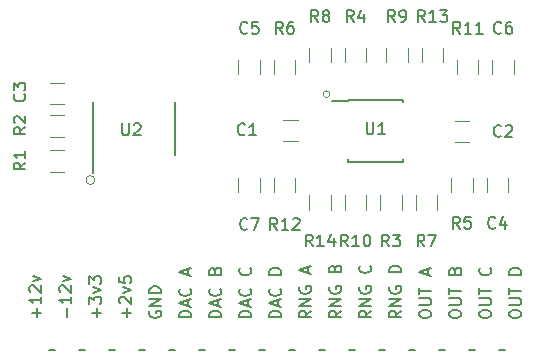
<source format=gbr>
G04 #@! TF.GenerationSoftware,KiCad,Pcbnew,(5.1.2)-2*
G04 #@! TF.CreationDate,2019-11-23T11:21:10-08:00*
G04 #@! TF.ProjectId,precision-dac-cv-scaler,70726563-6973-4696-9f6e-2d6461632d63,rev?*
G04 #@! TF.SameCoordinates,Original*
G04 #@! TF.FileFunction,Legend,Top*
G04 #@! TF.FilePolarity,Positive*
%FSLAX46Y46*%
G04 Gerber Fmt 4.6, Leading zero omitted, Abs format (unit mm)*
G04 Created by KiCad (PCBNEW (5.1.2)-2) date 2019-11-23 11:21:10*
%MOMM*%
%LPD*%
G04 APERTURE LIST*
%ADD10C,0.120000*%
%ADD11C,0.150000*%
%ADD12C,0.203200*%
G04 APERTURE END LIST*
D10*
X127931608Y-87850000D02*
G75*
G03X127931608Y-87850000I-381608J0D01*
G01*
X147832843Y-80575000D02*
G75*
G03X147832843Y-80575000I-282843J0D01*
G01*
D11*
X163024880Y-99273809D02*
X163024880Y-99083333D01*
X163072500Y-98988095D01*
X163167738Y-98892857D01*
X163358214Y-98845237D01*
X163691547Y-98845237D01*
X163882023Y-98892857D01*
X163977261Y-98988095D01*
X164024880Y-99083333D01*
X164024880Y-99273809D01*
X163977261Y-99369047D01*
X163882023Y-99464285D01*
X163691547Y-99511904D01*
X163358214Y-99511904D01*
X163167738Y-99464285D01*
X163072500Y-99369047D01*
X163024880Y-99273809D01*
X163024880Y-98416666D02*
X163834404Y-98416666D01*
X163929642Y-98369047D01*
X163977261Y-98321428D01*
X164024880Y-98226190D01*
X164024880Y-98035714D01*
X163977261Y-97940476D01*
X163929642Y-97892857D01*
X163834404Y-97845237D01*
X163024880Y-97845237D01*
X163024880Y-97511904D02*
X163024880Y-96940476D01*
X164024880Y-97226190D02*
X163024880Y-97226190D01*
X164024880Y-95845237D02*
X163024880Y-95845237D01*
X163024880Y-95607142D01*
X163072500Y-95464285D01*
X163167738Y-95369047D01*
X163262976Y-95321428D01*
X163453452Y-95273809D01*
X163596309Y-95273809D01*
X163786785Y-95321428D01*
X163882023Y-95369047D01*
X163977261Y-95464285D01*
X164024880Y-95607142D01*
X164024880Y-95845237D01*
X160484880Y-99273809D02*
X160484880Y-99083333D01*
X160532500Y-98988095D01*
X160627738Y-98892857D01*
X160818214Y-98845237D01*
X161151547Y-98845237D01*
X161342023Y-98892857D01*
X161437261Y-98988095D01*
X161484880Y-99083333D01*
X161484880Y-99273809D01*
X161437261Y-99369047D01*
X161342023Y-99464285D01*
X161151547Y-99511904D01*
X160818214Y-99511904D01*
X160627738Y-99464285D01*
X160532500Y-99369047D01*
X160484880Y-99273809D01*
X160484880Y-98416666D02*
X161294404Y-98416666D01*
X161389642Y-98369047D01*
X161437261Y-98321428D01*
X161484880Y-98226190D01*
X161484880Y-98035714D01*
X161437261Y-97940476D01*
X161389642Y-97892857D01*
X161294404Y-97845237D01*
X160484880Y-97845237D01*
X160484880Y-97511904D02*
X160484880Y-96940476D01*
X161484880Y-97226190D02*
X160484880Y-97226190D01*
X161389642Y-95273809D02*
X161437261Y-95321428D01*
X161484880Y-95464285D01*
X161484880Y-95559523D01*
X161437261Y-95702380D01*
X161342023Y-95797618D01*
X161246785Y-95845237D01*
X161056309Y-95892857D01*
X160913452Y-95892857D01*
X160722976Y-95845237D01*
X160627738Y-95797618D01*
X160532500Y-95702380D01*
X160484880Y-95559523D01*
X160484880Y-95464285D01*
X160532500Y-95321428D01*
X160580119Y-95273809D01*
X157944880Y-99273809D02*
X157944880Y-99083333D01*
X157992500Y-98988095D01*
X158087738Y-98892857D01*
X158278214Y-98845237D01*
X158611547Y-98845237D01*
X158802023Y-98892857D01*
X158897261Y-98988095D01*
X158944880Y-99083333D01*
X158944880Y-99273809D01*
X158897261Y-99369047D01*
X158802023Y-99464285D01*
X158611547Y-99511904D01*
X158278214Y-99511904D01*
X158087738Y-99464285D01*
X157992500Y-99369047D01*
X157944880Y-99273809D01*
X157944880Y-98416666D02*
X158754404Y-98416666D01*
X158849642Y-98369047D01*
X158897261Y-98321428D01*
X158944880Y-98226190D01*
X158944880Y-98035714D01*
X158897261Y-97940476D01*
X158849642Y-97892857D01*
X158754404Y-97845237D01*
X157944880Y-97845237D01*
X157944880Y-97511904D02*
X157944880Y-96940476D01*
X158944880Y-97226190D02*
X157944880Y-97226190D01*
X158421071Y-95511904D02*
X158468690Y-95369047D01*
X158516309Y-95321428D01*
X158611547Y-95273809D01*
X158754404Y-95273809D01*
X158849642Y-95321428D01*
X158897261Y-95369047D01*
X158944880Y-95464285D01*
X158944880Y-95845237D01*
X157944880Y-95845237D01*
X157944880Y-95511904D01*
X157992500Y-95416666D01*
X158040119Y-95369047D01*
X158135357Y-95321428D01*
X158230595Y-95321428D01*
X158325833Y-95369047D01*
X158373452Y-95416666D01*
X158421071Y-95511904D01*
X158421071Y-95845237D01*
X155404880Y-99273809D02*
X155404880Y-99083333D01*
X155452500Y-98988095D01*
X155547738Y-98892857D01*
X155738214Y-98845238D01*
X156071547Y-98845238D01*
X156262023Y-98892857D01*
X156357261Y-98988095D01*
X156404880Y-99083333D01*
X156404880Y-99273809D01*
X156357261Y-99369047D01*
X156262023Y-99464286D01*
X156071547Y-99511905D01*
X155738214Y-99511905D01*
X155547738Y-99464286D01*
X155452500Y-99369047D01*
X155404880Y-99273809D01*
X155404880Y-98416666D02*
X156214404Y-98416666D01*
X156309642Y-98369047D01*
X156357261Y-98321428D01*
X156404880Y-98226190D01*
X156404880Y-98035714D01*
X156357261Y-97940476D01*
X156309642Y-97892857D01*
X156214404Y-97845238D01*
X155404880Y-97845238D01*
X155404880Y-97511905D02*
X155404880Y-96940476D01*
X156404880Y-97226190D02*
X155404880Y-97226190D01*
X156119166Y-95892857D02*
X156119166Y-95416666D01*
X156404880Y-95988095D02*
X155404880Y-95654762D01*
X156404880Y-95321428D01*
X153864880Y-98892857D02*
X153388690Y-99226190D01*
X153864880Y-99464285D02*
X152864880Y-99464285D01*
X152864880Y-99083333D01*
X152912500Y-98988095D01*
X152960119Y-98940476D01*
X153055357Y-98892857D01*
X153198214Y-98892857D01*
X153293452Y-98940476D01*
X153341071Y-98988095D01*
X153388690Y-99083333D01*
X153388690Y-99464285D01*
X153864880Y-98464285D02*
X152864880Y-98464285D01*
X153864880Y-97892857D01*
X152864880Y-97892857D01*
X152912500Y-96892857D02*
X152864880Y-96988095D01*
X152864880Y-97130952D01*
X152912500Y-97273809D01*
X153007738Y-97369047D01*
X153102976Y-97416666D01*
X153293452Y-97464285D01*
X153436309Y-97464285D01*
X153626785Y-97416666D01*
X153722023Y-97369047D01*
X153817261Y-97273809D01*
X153864880Y-97130952D01*
X153864880Y-97035714D01*
X153817261Y-96892857D01*
X153769642Y-96845238D01*
X153436309Y-96845238D01*
X153436309Y-97035714D01*
X153864880Y-95654761D02*
X152864880Y-95654761D01*
X152864880Y-95416666D01*
X152912500Y-95273809D01*
X153007738Y-95178571D01*
X153102976Y-95130952D01*
X153293452Y-95083333D01*
X153436309Y-95083333D01*
X153626785Y-95130952D01*
X153722023Y-95178571D01*
X153817261Y-95273809D01*
X153864880Y-95416666D01*
X153864880Y-95654761D01*
X151324880Y-98892857D02*
X150848690Y-99226190D01*
X151324880Y-99464285D02*
X150324880Y-99464285D01*
X150324880Y-99083333D01*
X150372500Y-98988095D01*
X150420119Y-98940476D01*
X150515357Y-98892857D01*
X150658214Y-98892857D01*
X150753452Y-98940476D01*
X150801071Y-98988095D01*
X150848690Y-99083333D01*
X150848690Y-99464285D01*
X151324880Y-98464285D02*
X150324880Y-98464285D01*
X151324880Y-97892857D01*
X150324880Y-97892857D01*
X150372500Y-96892857D02*
X150324880Y-96988095D01*
X150324880Y-97130952D01*
X150372500Y-97273809D01*
X150467738Y-97369047D01*
X150562976Y-97416666D01*
X150753452Y-97464285D01*
X150896309Y-97464285D01*
X151086785Y-97416666D01*
X151182023Y-97369047D01*
X151277261Y-97273809D01*
X151324880Y-97130952D01*
X151324880Y-97035714D01*
X151277261Y-96892857D01*
X151229642Y-96845238D01*
X150896309Y-96845238D01*
X150896309Y-97035714D01*
X151229642Y-95083333D02*
X151277261Y-95130952D01*
X151324880Y-95273809D01*
X151324880Y-95369047D01*
X151277261Y-95511904D01*
X151182023Y-95607142D01*
X151086785Y-95654761D01*
X150896309Y-95702380D01*
X150753452Y-95702380D01*
X150562976Y-95654761D01*
X150467738Y-95607142D01*
X150372500Y-95511904D01*
X150324880Y-95369047D01*
X150324880Y-95273809D01*
X150372500Y-95130952D01*
X150420119Y-95083333D01*
X148784880Y-98892857D02*
X148308690Y-99226190D01*
X148784880Y-99464285D02*
X147784880Y-99464285D01*
X147784880Y-99083333D01*
X147832500Y-98988095D01*
X147880119Y-98940476D01*
X147975357Y-98892857D01*
X148118214Y-98892857D01*
X148213452Y-98940476D01*
X148261071Y-98988095D01*
X148308690Y-99083333D01*
X148308690Y-99464285D01*
X148784880Y-98464285D02*
X147784880Y-98464285D01*
X148784880Y-97892857D01*
X147784880Y-97892857D01*
X147832500Y-96892857D02*
X147784880Y-96988095D01*
X147784880Y-97130952D01*
X147832500Y-97273809D01*
X147927738Y-97369047D01*
X148022976Y-97416666D01*
X148213452Y-97464285D01*
X148356309Y-97464285D01*
X148546785Y-97416666D01*
X148642023Y-97369047D01*
X148737261Y-97273809D01*
X148784880Y-97130952D01*
X148784880Y-97035714D01*
X148737261Y-96892857D01*
X148689642Y-96845238D01*
X148356309Y-96845238D01*
X148356309Y-97035714D01*
X148261071Y-95321428D02*
X148308690Y-95178571D01*
X148356309Y-95130952D01*
X148451547Y-95083333D01*
X148594404Y-95083333D01*
X148689642Y-95130952D01*
X148737261Y-95178571D01*
X148784880Y-95273809D01*
X148784880Y-95654761D01*
X147784880Y-95654761D01*
X147784880Y-95321428D01*
X147832500Y-95226190D01*
X147880119Y-95178571D01*
X147975357Y-95130952D01*
X148070595Y-95130952D01*
X148165833Y-95178571D01*
X148213452Y-95226190D01*
X148261071Y-95321428D01*
X148261071Y-95654761D01*
X146244880Y-98892857D02*
X145768690Y-99226190D01*
X146244880Y-99464286D02*
X145244880Y-99464286D01*
X145244880Y-99083333D01*
X145292500Y-98988095D01*
X145340119Y-98940476D01*
X145435357Y-98892857D01*
X145578214Y-98892857D01*
X145673452Y-98940476D01*
X145721071Y-98988095D01*
X145768690Y-99083333D01*
X145768690Y-99464286D01*
X146244880Y-98464286D02*
X145244880Y-98464286D01*
X146244880Y-97892857D01*
X145244880Y-97892857D01*
X145292500Y-96892857D02*
X145244880Y-96988095D01*
X145244880Y-97130952D01*
X145292500Y-97273809D01*
X145387738Y-97369048D01*
X145482976Y-97416667D01*
X145673452Y-97464286D01*
X145816309Y-97464286D01*
X146006785Y-97416667D01*
X146102023Y-97369048D01*
X146197261Y-97273809D01*
X146244880Y-97130952D01*
X146244880Y-97035714D01*
X146197261Y-96892857D01*
X146149642Y-96845238D01*
X145816309Y-96845238D01*
X145816309Y-97035714D01*
X145959166Y-95702381D02*
X145959166Y-95226190D01*
X146244880Y-95797619D02*
X145244880Y-95464286D01*
X146244880Y-95130952D01*
X143704880Y-99464285D02*
X142704880Y-99464285D01*
X142704880Y-99226190D01*
X142752500Y-99083333D01*
X142847738Y-98988095D01*
X142942976Y-98940476D01*
X143133452Y-98892857D01*
X143276309Y-98892857D01*
X143466785Y-98940476D01*
X143562023Y-98988095D01*
X143657261Y-99083333D01*
X143704880Y-99226190D01*
X143704880Y-99464285D01*
X143419166Y-98511904D02*
X143419166Y-98035714D01*
X143704880Y-98607142D02*
X142704880Y-98273809D01*
X143704880Y-97940476D01*
X143609642Y-97035714D02*
X143657261Y-97083333D01*
X143704880Y-97226190D01*
X143704880Y-97321428D01*
X143657261Y-97464285D01*
X143562023Y-97559523D01*
X143466785Y-97607142D01*
X143276309Y-97654761D01*
X143133452Y-97654761D01*
X142942976Y-97607142D01*
X142847738Y-97559523D01*
X142752500Y-97464285D01*
X142704880Y-97321428D01*
X142704880Y-97226190D01*
X142752500Y-97083333D01*
X142800119Y-97035714D01*
X143704880Y-95845237D02*
X142704880Y-95845237D01*
X142704880Y-95607142D01*
X142752500Y-95464285D01*
X142847738Y-95369047D01*
X142942976Y-95321428D01*
X143133452Y-95273809D01*
X143276309Y-95273809D01*
X143466785Y-95321428D01*
X143562023Y-95369047D01*
X143657261Y-95464285D01*
X143704880Y-95607142D01*
X143704880Y-95845237D01*
X141164880Y-99464285D02*
X140164880Y-99464285D01*
X140164880Y-99226190D01*
X140212500Y-99083333D01*
X140307738Y-98988095D01*
X140402976Y-98940476D01*
X140593452Y-98892857D01*
X140736309Y-98892857D01*
X140926785Y-98940476D01*
X141022023Y-98988095D01*
X141117261Y-99083333D01*
X141164880Y-99226190D01*
X141164880Y-99464285D01*
X140879166Y-98511904D02*
X140879166Y-98035714D01*
X141164880Y-98607142D02*
X140164880Y-98273809D01*
X141164880Y-97940476D01*
X141069642Y-97035714D02*
X141117261Y-97083333D01*
X141164880Y-97226190D01*
X141164880Y-97321428D01*
X141117261Y-97464285D01*
X141022023Y-97559523D01*
X140926785Y-97607142D01*
X140736309Y-97654761D01*
X140593452Y-97654761D01*
X140402976Y-97607142D01*
X140307738Y-97559523D01*
X140212500Y-97464285D01*
X140164880Y-97321428D01*
X140164880Y-97226190D01*
X140212500Y-97083333D01*
X140260119Y-97035714D01*
X141069642Y-95273809D02*
X141117261Y-95321428D01*
X141164880Y-95464285D01*
X141164880Y-95559523D01*
X141117261Y-95702380D01*
X141022023Y-95797618D01*
X140926785Y-95845237D01*
X140736309Y-95892857D01*
X140593452Y-95892857D01*
X140402976Y-95845237D01*
X140307738Y-95797618D01*
X140212500Y-95702380D01*
X140164880Y-95559523D01*
X140164880Y-95464285D01*
X140212500Y-95321428D01*
X140260119Y-95273809D01*
X138624880Y-99464285D02*
X137624880Y-99464285D01*
X137624880Y-99226190D01*
X137672500Y-99083333D01*
X137767738Y-98988095D01*
X137862976Y-98940476D01*
X138053452Y-98892857D01*
X138196309Y-98892857D01*
X138386785Y-98940476D01*
X138482023Y-98988095D01*
X138577261Y-99083333D01*
X138624880Y-99226190D01*
X138624880Y-99464285D01*
X138339166Y-98511904D02*
X138339166Y-98035714D01*
X138624880Y-98607142D02*
X137624880Y-98273809D01*
X138624880Y-97940476D01*
X138529642Y-97035714D02*
X138577261Y-97083333D01*
X138624880Y-97226190D01*
X138624880Y-97321428D01*
X138577261Y-97464285D01*
X138482023Y-97559523D01*
X138386785Y-97607142D01*
X138196309Y-97654761D01*
X138053452Y-97654761D01*
X137862976Y-97607142D01*
X137767738Y-97559523D01*
X137672500Y-97464285D01*
X137624880Y-97321428D01*
X137624880Y-97226190D01*
X137672500Y-97083333D01*
X137720119Y-97035714D01*
X138101071Y-95511904D02*
X138148690Y-95369047D01*
X138196309Y-95321428D01*
X138291547Y-95273809D01*
X138434404Y-95273809D01*
X138529642Y-95321428D01*
X138577261Y-95369047D01*
X138624880Y-95464285D01*
X138624880Y-95845237D01*
X137624880Y-95845237D01*
X137624880Y-95511904D01*
X137672500Y-95416666D01*
X137720119Y-95369047D01*
X137815357Y-95321428D01*
X137910595Y-95321428D01*
X138005833Y-95369047D01*
X138053452Y-95416666D01*
X138101071Y-95511904D01*
X138101071Y-95845237D01*
X136084880Y-99464286D02*
X135084880Y-99464286D01*
X135084880Y-99226190D01*
X135132500Y-99083333D01*
X135227738Y-98988095D01*
X135322976Y-98940476D01*
X135513452Y-98892857D01*
X135656309Y-98892857D01*
X135846785Y-98940476D01*
X135942023Y-98988095D01*
X136037261Y-99083333D01*
X136084880Y-99226190D01*
X136084880Y-99464286D01*
X135799166Y-98511905D02*
X135799166Y-98035714D01*
X136084880Y-98607143D02*
X135084880Y-98273809D01*
X136084880Y-97940476D01*
X135989642Y-97035714D02*
X136037261Y-97083333D01*
X136084880Y-97226190D01*
X136084880Y-97321428D01*
X136037261Y-97464286D01*
X135942023Y-97559524D01*
X135846785Y-97607143D01*
X135656309Y-97654762D01*
X135513452Y-97654762D01*
X135322976Y-97607143D01*
X135227738Y-97559524D01*
X135132500Y-97464286D01*
X135084880Y-97321428D01*
X135084880Y-97226190D01*
X135132500Y-97083333D01*
X135180119Y-97035714D01*
X135799166Y-95892857D02*
X135799166Y-95416666D01*
X136084880Y-95988095D02*
X135084880Y-95654762D01*
X136084880Y-95321428D01*
X132592500Y-98940476D02*
X132544880Y-99035714D01*
X132544880Y-99178572D01*
X132592500Y-99321429D01*
X132687738Y-99416667D01*
X132782976Y-99464286D01*
X132973452Y-99511905D01*
X133116309Y-99511905D01*
X133306785Y-99464286D01*
X133402023Y-99416667D01*
X133497261Y-99321429D01*
X133544880Y-99178572D01*
X133544880Y-99083333D01*
X133497261Y-98940476D01*
X133449642Y-98892857D01*
X133116309Y-98892857D01*
X133116309Y-99083333D01*
X133544880Y-98464286D02*
X132544880Y-98464286D01*
X133544880Y-97892857D01*
X132544880Y-97892857D01*
X133544880Y-97416667D02*
X132544880Y-97416667D01*
X132544880Y-97178572D01*
X132592500Y-97035714D01*
X132687738Y-96940476D01*
X132782976Y-96892857D01*
X132973452Y-96845238D01*
X133116309Y-96845238D01*
X133306785Y-96892857D01*
X133402023Y-96940476D01*
X133497261Y-97035714D01*
X133544880Y-97178572D01*
X133544880Y-97416667D01*
X130623928Y-99464285D02*
X130623928Y-98702380D01*
X131004880Y-99083333D02*
X130242976Y-99083333D01*
X130100119Y-98273809D02*
X130052500Y-98226190D01*
X130004880Y-98130952D01*
X130004880Y-97892857D01*
X130052500Y-97797619D01*
X130100119Y-97750000D01*
X130195357Y-97702380D01*
X130290595Y-97702380D01*
X130433452Y-97750000D01*
X131004880Y-98321428D01*
X131004880Y-97702380D01*
X130338214Y-97369047D02*
X131004880Y-97130952D01*
X130338214Y-96892857D01*
X130004880Y-96035714D02*
X130004880Y-96511904D01*
X130481071Y-96559523D01*
X130433452Y-96511904D01*
X130385833Y-96416666D01*
X130385833Y-96178571D01*
X130433452Y-96083333D01*
X130481071Y-96035714D01*
X130576309Y-95988095D01*
X130814404Y-95988095D01*
X130909642Y-96035714D01*
X130957261Y-96083333D01*
X131004880Y-96178571D01*
X131004880Y-96416666D01*
X130957261Y-96511904D01*
X130909642Y-96559523D01*
X128083928Y-99464285D02*
X128083928Y-98702380D01*
X128464880Y-99083333D02*
X127702976Y-99083333D01*
X127464880Y-98321428D02*
X127464880Y-97702380D01*
X127845833Y-98035714D01*
X127845833Y-97892857D01*
X127893452Y-97797619D01*
X127941071Y-97750000D01*
X128036309Y-97702380D01*
X128274404Y-97702380D01*
X128369642Y-97750000D01*
X128417261Y-97797619D01*
X128464880Y-97892857D01*
X128464880Y-98178571D01*
X128417261Y-98273809D01*
X128369642Y-98321428D01*
X127798214Y-97369047D02*
X128464880Y-97130952D01*
X127798214Y-96892857D01*
X127464880Y-96607142D02*
X127464880Y-95988095D01*
X127845833Y-96321428D01*
X127845833Y-96178571D01*
X127893452Y-96083333D01*
X127941071Y-96035714D01*
X128036309Y-95988095D01*
X128274404Y-95988095D01*
X128369642Y-96035714D01*
X128417261Y-96083333D01*
X128464880Y-96178571D01*
X128464880Y-96464285D01*
X128417261Y-96559523D01*
X128369642Y-96607142D01*
X125543928Y-99464285D02*
X125543928Y-98702380D01*
X125924880Y-97702380D02*
X125924880Y-98273809D01*
X125924880Y-97988095D02*
X124924880Y-97988095D01*
X125067738Y-98083333D01*
X125162976Y-98178571D01*
X125210595Y-98273809D01*
X125020119Y-97321428D02*
X124972500Y-97273809D01*
X124924880Y-97178571D01*
X124924880Y-96940476D01*
X124972500Y-96845238D01*
X125020119Y-96797619D01*
X125115357Y-96750000D01*
X125210595Y-96750000D01*
X125353452Y-96797619D01*
X125924880Y-97369047D01*
X125924880Y-96750000D01*
X125258214Y-96416666D02*
X125924880Y-96178571D01*
X125258214Y-95940476D01*
X123003928Y-99464285D02*
X123003928Y-98702380D01*
X123384880Y-99083333D02*
X122622976Y-99083333D01*
X123384880Y-97702380D02*
X123384880Y-98273809D01*
X123384880Y-97988095D02*
X122384880Y-97988095D01*
X122527738Y-98083333D01*
X122622976Y-98178571D01*
X122670595Y-98273809D01*
X122480119Y-97321428D02*
X122432500Y-97273809D01*
X122384880Y-97178571D01*
X122384880Y-96940476D01*
X122432500Y-96845238D01*
X122480119Y-96797619D01*
X122575357Y-96750000D01*
X122670595Y-96750000D01*
X122813452Y-96797619D01*
X123384880Y-97369047D01*
X123384880Y-96750000D01*
X122718214Y-96416666D02*
X123384880Y-96178571D01*
X122718214Y-95940476D01*
D12*
X162624000Y-102250000D02*
X162116000Y-102250000D01*
X160084000Y-102250000D02*
X159576000Y-102250000D01*
X157544000Y-102250000D02*
X157036000Y-102250000D01*
X155004000Y-102250000D02*
X154496000Y-102250000D01*
X152464000Y-102250000D02*
X151953460Y-102250000D01*
X149924000Y-102250000D02*
X149416000Y-102250000D01*
X147384000Y-102250000D02*
X146876000Y-102250000D01*
X144844000Y-102250000D02*
X144336000Y-102250000D01*
X142304000Y-102250000D02*
X141796000Y-102250000D01*
X139764000Y-102250000D02*
X139256000Y-102250000D01*
X137224000Y-102250000D02*
X136716000Y-102250000D01*
X134684000Y-102250000D02*
X134176000Y-102250000D01*
X132144000Y-102250000D02*
X131636000Y-102250000D01*
X129604000Y-102250000D02*
X129096000Y-102250000D01*
X127064000Y-102250000D02*
X126556000Y-102250000D01*
X124524000Y-102250000D02*
X124016000Y-102250000D01*
D10*
X145102064Y-82740000D02*
X143897936Y-82740000D01*
X145102064Y-84560000D02*
X143897936Y-84560000D01*
X159589564Y-84660000D02*
X158385436Y-84660000D01*
X159589564Y-82840000D02*
X158385436Y-82840000D01*
X125352064Y-81410000D02*
X124147936Y-81410000D01*
X125352064Y-79590000D02*
X124147936Y-79590000D01*
X162910000Y-88852064D02*
X162910000Y-87647936D01*
X161090000Y-88852064D02*
X161090000Y-87647936D01*
X141910000Y-77647936D02*
X141910000Y-78852064D01*
X140090000Y-77647936D02*
X140090000Y-78852064D01*
X161590000Y-77660436D02*
X161590000Y-78864564D01*
X163410000Y-77660436D02*
X163410000Y-78864564D01*
X140090000Y-88852064D02*
X140090000Y-87647936D01*
X141910000Y-88852064D02*
X141910000Y-87647936D01*
X125352064Y-87160000D02*
X124147936Y-87160000D01*
X125352064Y-85340000D02*
X124147936Y-85340000D01*
X125352064Y-82340000D02*
X124147936Y-82340000D01*
X125352064Y-84160000D02*
X124147936Y-84160000D01*
X152090000Y-89147936D02*
X152090000Y-90352064D01*
X153910000Y-89147936D02*
X153910000Y-90352064D01*
X150910000Y-77852064D02*
X150910000Y-76647936D01*
X149090000Y-77852064D02*
X149090000Y-76647936D01*
X158090000Y-88852064D02*
X158090000Y-87647936D01*
X159910000Y-88852064D02*
X159910000Y-87647936D01*
X144910000Y-77660436D02*
X144910000Y-78864564D01*
X143090000Y-77660436D02*
X143090000Y-78864564D01*
X155090000Y-90352064D02*
X155090000Y-89147936D01*
X156910000Y-90352064D02*
X156910000Y-89147936D01*
X146090000Y-77852064D02*
X146090000Y-76647936D01*
X147910000Y-77852064D02*
X147910000Y-76647936D01*
X152590000Y-77852064D02*
X152590000Y-76647936D01*
X154410000Y-77852064D02*
X154410000Y-76647936D01*
X150910000Y-89147936D02*
X150910000Y-90352064D01*
X149090000Y-89147936D02*
X149090000Y-90352064D01*
X158590000Y-77647936D02*
X158590000Y-78852064D01*
X160410000Y-77647936D02*
X160410000Y-78852064D01*
X144910000Y-88852064D02*
X144910000Y-87647936D01*
X143090000Y-88852064D02*
X143090000Y-87647936D01*
X155590000Y-76647936D02*
X155590000Y-77852064D01*
X157410000Y-76647936D02*
X157410000Y-77852064D01*
X147910000Y-90352064D02*
X147910000Y-89147936D01*
X146090000Y-90352064D02*
X146090000Y-89147936D01*
D11*
X149375000Y-81025000D02*
X149375000Y-81150000D01*
X154025000Y-81025000D02*
X154025000Y-81250000D01*
X154025000Y-86275000D02*
X154025000Y-86050000D01*
X149375000Y-86275000D02*
X149375000Y-86050000D01*
X149375000Y-81025000D02*
X154025000Y-81025000D01*
X149375000Y-86275000D02*
X154025000Y-86275000D01*
X149375000Y-81150000D02*
X148025000Y-81150000D01*
X134700000Y-85725000D02*
X134700000Y-81275000D01*
X127800000Y-87250000D02*
X127800000Y-81275000D01*
X140633333Y-83957142D02*
X140585714Y-84004761D01*
X140442857Y-84052380D01*
X140347619Y-84052380D01*
X140204761Y-84004761D01*
X140109523Y-83909523D01*
X140061904Y-83814285D01*
X140014285Y-83623809D01*
X140014285Y-83480952D01*
X140061904Y-83290476D01*
X140109523Y-83195238D01*
X140204761Y-83100000D01*
X140347619Y-83052380D01*
X140442857Y-83052380D01*
X140585714Y-83100000D01*
X140633333Y-83147619D01*
X141585714Y-84052380D02*
X141014285Y-84052380D01*
X141300000Y-84052380D02*
X141300000Y-83052380D01*
X141204761Y-83195238D01*
X141109523Y-83290476D01*
X141014285Y-83338095D01*
X162333333Y-84107142D02*
X162285714Y-84154761D01*
X162142857Y-84202380D01*
X162047619Y-84202380D01*
X161904761Y-84154761D01*
X161809523Y-84059523D01*
X161761904Y-83964285D01*
X161714285Y-83773809D01*
X161714285Y-83630952D01*
X161761904Y-83440476D01*
X161809523Y-83345238D01*
X161904761Y-83250000D01*
X162047619Y-83202380D01*
X162142857Y-83202380D01*
X162285714Y-83250000D01*
X162333333Y-83297619D01*
X162714285Y-83297619D02*
X162761904Y-83250000D01*
X162857142Y-83202380D01*
X163095238Y-83202380D01*
X163190476Y-83250000D01*
X163238095Y-83297619D01*
X163285714Y-83392857D01*
X163285714Y-83488095D01*
X163238095Y-83630952D01*
X162666666Y-84202380D01*
X163285714Y-84202380D01*
X121957142Y-80566666D02*
X122004761Y-80614285D01*
X122052380Y-80757142D01*
X122052380Y-80852380D01*
X122004761Y-80995238D01*
X121909523Y-81090476D01*
X121814285Y-81138095D01*
X121623809Y-81185714D01*
X121480952Y-81185714D01*
X121290476Y-81138095D01*
X121195238Y-81090476D01*
X121100000Y-80995238D01*
X121052380Y-80852380D01*
X121052380Y-80757142D01*
X121100000Y-80614285D01*
X121147619Y-80566666D01*
X121052380Y-80233333D02*
X121052380Y-79614285D01*
X121433333Y-79947619D01*
X121433333Y-79804761D01*
X121480952Y-79709523D01*
X121528571Y-79661904D01*
X121623809Y-79614285D01*
X121861904Y-79614285D01*
X121957142Y-79661904D01*
X122004761Y-79709523D01*
X122052380Y-79804761D01*
X122052380Y-80090476D01*
X122004761Y-80185714D01*
X121957142Y-80233333D01*
X161833333Y-91857142D02*
X161785714Y-91904761D01*
X161642857Y-91952380D01*
X161547619Y-91952380D01*
X161404761Y-91904761D01*
X161309523Y-91809523D01*
X161261904Y-91714285D01*
X161214285Y-91523809D01*
X161214285Y-91380952D01*
X161261904Y-91190476D01*
X161309523Y-91095238D01*
X161404761Y-91000000D01*
X161547619Y-90952380D01*
X161642857Y-90952380D01*
X161785714Y-91000000D01*
X161833333Y-91047619D01*
X162690476Y-91285714D02*
X162690476Y-91952380D01*
X162452380Y-90904761D02*
X162214285Y-91619047D01*
X162833333Y-91619047D01*
X140833333Y-75357142D02*
X140785714Y-75404761D01*
X140642857Y-75452380D01*
X140547619Y-75452380D01*
X140404761Y-75404761D01*
X140309523Y-75309523D01*
X140261904Y-75214285D01*
X140214285Y-75023809D01*
X140214285Y-74880952D01*
X140261904Y-74690476D01*
X140309523Y-74595238D01*
X140404761Y-74500000D01*
X140547619Y-74452380D01*
X140642857Y-74452380D01*
X140785714Y-74500000D01*
X140833333Y-74547619D01*
X141738095Y-74452380D02*
X141261904Y-74452380D01*
X141214285Y-74928571D01*
X141261904Y-74880952D01*
X141357142Y-74833333D01*
X141595238Y-74833333D01*
X141690476Y-74880952D01*
X141738095Y-74928571D01*
X141785714Y-75023809D01*
X141785714Y-75261904D01*
X141738095Y-75357142D01*
X141690476Y-75404761D01*
X141595238Y-75452380D01*
X141357142Y-75452380D01*
X141261904Y-75404761D01*
X141214285Y-75357142D01*
X162333333Y-75357142D02*
X162285714Y-75404761D01*
X162142857Y-75452380D01*
X162047619Y-75452380D01*
X161904761Y-75404761D01*
X161809523Y-75309523D01*
X161761904Y-75214285D01*
X161714285Y-75023809D01*
X161714285Y-74880952D01*
X161761904Y-74690476D01*
X161809523Y-74595238D01*
X161904761Y-74500000D01*
X162047619Y-74452380D01*
X162142857Y-74452380D01*
X162285714Y-74500000D01*
X162333333Y-74547619D01*
X163190476Y-74452380D02*
X163000000Y-74452380D01*
X162904761Y-74500000D01*
X162857142Y-74547619D01*
X162761904Y-74690476D01*
X162714285Y-74880952D01*
X162714285Y-75261904D01*
X162761904Y-75357142D01*
X162809523Y-75404761D01*
X162904761Y-75452380D01*
X163095238Y-75452380D01*
X163190476Y-75404761D01*
X163238095Y-75357142D01*
X163285714Y-75261904D01*
X163285714Y-75023809D01*
X163238095Y-74928571D01*
X163190476Y-74880952D01*
X163095238Y-74833333D01*
X162904761Y-74833333D01*
X162809523Y-74880952D01*
X162761904Y-74928571D01*
X162714285Y-75023809D01*
X140833333Y-91957142D02*
X140785714Y-92004761D01*
X140642857Y-92052380D01*
X140547619Y-92052380D01*
X140404761Y-92004761D01*
X140309523Y-91909523D01*
X140261904Y-91814285D01*
X140214285Y-91623809D01*
X140214285Y-91480952D01*
X140261904Y-91290476D01*
X140309523Y-91195238D01*
X140404761Y-91100000D01*
X140547619Y-91052380D01*
X140642857Y-91052380D01*
X140785714Y-91100000D01*
X140833333Y-91147619D01*
X141166666Y-91052380D02*
X141833333Y-91052380D01*
X141404761Y-92052380D01*
X122052380Y-86366666D02*
X121576190Y-86700000D01*
X122052380Y-86938095D02*
X121052380Y-86938095D01*
X121052380Y-86557142D01*
X121100000Y-86461904D01*
X121147619Y-86414285D01*
X121242857Y-86366666D01*
X121385714Y-86366666D01*
X121480952Y-86414285D01*
X121528571Y-86461904D01*
X121576190Y-86557142D01*
X121576190Y-86938095D01*
X122052380Y-85414285D02*
X122052380Y-85985714D01*
X122052380Y-85700000D02*
X121052380Y-85700000D01*
X121195238Y-85795238D01*
X121290476Y-85890476D01*
X121338095Y-85985714D01*
X122052380Y-83366666D02*
X121576190Y-83700000D01*
X122052380Y-83938095D02*
X121052380Y-83938095D01*
X121052380Y-83557142D01*
X121100000Y-83461904D01*
X121147619Y-83414285D01*
X121242857Y-83366666D01*
X121385714Y-83366666D01*
X121480952Y-83414285D01*
X121528571Y-83461904D01*
X121576190Y-83557142D01*
X121576190Y-83938095D01*
X121147619Y-82985714D02*
X121100000Y-82938095D01*
X121052380Y-82842857D01*
X121052380Y-82604761D01*
X121100000Y-82509523D01*
X121147619Y-82461904D01*
X121242857Y-82414285D01*
X121338095Y-82414285D01*
X121480952Y-82461904D01*
X122052380Y-83033333D01*
X122052380Y-82414285D01*
X152833333Y-93452380D02*
X152500000Y-92976190D01*
X152261904Y-93452380D02*
X152261904Y-92452380D01*
X152642857Y-92452380D01*
X152738095Y-92500000D01*
X152785714Y-92547619D01*
X152833333Y-92642857D01*
X152833333Y-92785714D01*
X152785714Y-92880952D01*
X152738095Y-92928571D01*
X152642857Y-92976190D01*
X152261904Y-92976190D01*
X153166666Y-92452380D02*
X153785714Y-92452380D01*
X153452380Y-92833333D01*
X153595238Y-92833333D01*
X153690476Y-92880952D01*
X153738095Y-92928571D01*
X153785714Y-93023809D01*
X153785714Y-93261904D01*
X153738095Y-93357142D01*
X153690476Y-93404761D01*
X153595238Y-93452380D01*
X153309523Y-93452380D01*
X153214285Y-93404761D01*
X153166666Y-93357142D01*
X149833333Y-74452380D02*
X149500000Y-73976190D01*
X149261904Y-74452380D02*
X149261904Y-73452380D01*
X149642857Y-73452380D01*
X149738095Y-73500000D01*
X149785714Y-73547619D01*
X149833333Y-73642857D01*
X149833333Y-73785714D01*
X149785714Y-73880952D01*
X149738095Y-73928571D01*
X149642857Y-73976190D01*
X149261904Y-73976190D01*
X150690476Y-73785714D02*
X150690476Y-74452380D01*
X150452380Y-73404761D02*
X150214285Y-74119047D01*
X150833333Y-74119047D01*
X158833333Y-91952380D02*
X158500000Y-91476190D01*
X158261904Y-91952380D02*
X158261904Y-90952380D01*
X158642857Y-90952380D01*
X158738095Y-91000000D01*
X158785714Y-91047619D01*
X158833333Y-91142857D01*
X158833333Y-91285714D01*
X158785714Y-91380952D01*
X158738095Y-91428571D01*
X158642857Y-91476190D01*
X158261904Y-91476190D01*
X159738095Y-90952380D02*
X159261904Y-90952380D01*
X159214285Y-91428571D01*
X159261904Y-91380952D01*
X159357142Y-91333333D01*
X159595238Y-91333333D01*
X159690476Y-91380952D01*
X159738095Y-91428571D01*
X159785714Y-91523809D01*
X159785714Y-91761904D01*
X159738095Y-91857142D01*
X159690476Y-91904761D01*
X159595238Y-91952380D01*
X159357142Y-91952380D01*
X159261904Y-91904761D01*
X159214285Y-91857142D01*
X143833333Y-75452380D02*
X143500000Y-74976190D01*
X143261904Y-75452380D02*
X143261904Y-74452380D01*
X143642857Y-74452380D01*
X143738095Y-74500000D01*
X143785714Y-74547619D01*
X143833333Y-74642857D01*
X143833333Y-74785714D01*
X143785714Y-74880952D01*
X143738095Y-74928571D01*
X143642857Y-74976190D01*
X143261904Y-74976190D01*
X144690476Y-74452380D02*
X144500000Y-74452380D01*
X144404761Y-74500000D01*
X144357142Y-74547619D01*
X144261904Y-74690476D01*
X144214285Y-74880952D01*
X144214285Y-75261904D01*
X144261904Y-75357142D01*
X144309523Y-75404761D01*
X144404761Y-75452380D01*
X144595238Y-75452380D01*
X144690476Y-75404761D01*
X144738095Y-75357142D01*
X144785714Y-75261904D01*
X144785714Y-75023809D01*
X144738095Y-74928571D01*
X144690476Y-74880952D01*
X144595238Y-74833333D01*
X144404761Y-74833333D01*
X144309523Y-74880952D01*
X144261904Y-74928571D01*
X144214285Y-75023809D01*
X155833333Y-93452380D02*
X155500000Y-92976190D01*
X155261904Y-93452380D02*
X155261904Y-92452380D01*
X155642857Y-92452380D01*
X155738095Y-92500000D01*
X155785714Y-92547619D01*
X155833333Y-92642857D01*
X155833333Y-92785714D01*
X155785714Y-92880952D01*
X155738095Y-92928571D01*
X155642857Y-92976190D01*
X155261904Y-92976190D01*
X156166666Y-92452380D02*
X156833333Y-92452380D01*
X156404761Y-93452380D01*
X146833333Y-74452380D02*
X146500000Y-73976190D01*
X146261904Y-74452380D02*
X146261904Y-73452380D01*
X146642857Y-73452380D01*
X146738095Y-73500000D01*
X146785714Y-73547619D01*
X146833333Y-73642857D01*
X146833333Y-73785714D01*
X146785714Y-73880952D01*
X146738095Y-73928571D01*
X146642857Y-73976190D01*
X146261904Y-73976190D01*
X147404761Y-73880952D02*
X147309523Y-73833333D01*
X147261904Y-73785714D01*
X147214285Y-73690476D01*
X147214285Y-73642857D01*
X147261904Y-73547619D01*
X147309523Y-73500000D01*
X147404761Y-73452380D01*
X147595238Y-73452380D01*
X147690476Y-73500000D01*
X147738095Y-73547619D01*
X147785714Y-73642857D01*
X147785714Y-73690476D01*
X147738095Y-73785714D01*
X147690476Y-73833333D01*
X147595238Y-73880952D01*
X147404761Y-73880952D01*
X147309523Y-73928571D01*
X147261904Y-73976190D01*
X147214285Y-74071428D01*
X147214285Y-74261904D01*
X147261904Y-74357142D01*
X147309523Y-74404761D01*
X147404761Y-74452380D01*
X147595238Y-74452380D01*
X147690476Y-74404761D01*
X147738095Y-74357142D01*
X147785714Y-74261904D01*
X147785714Y-74071428D01*
X147738095Y-73976190D01*
X147690476Y-73928571D01*
X147595238Y-73880952D01*
X153333333Y-74452380D02*
X153000000Y-73976190D01*
X152761904Y-74452380D02*
X152761904Y-73452380D01*
X153142857Y-73452380D01*
X153238095Y-73500000D01*
X153285714Y-73547619D01*
X153333333Y-73642857D01*
X153333333Y-73785714D01*
X153285714Y-73880952D01*
X153238095Y-73928571D01*
X153142857Y-73976190D01*
X152761904Y-73976190D01*
X153809523Y-74452380D02*
X154000000Y-74452380D01*
X154095238Y-74404761D01*
X154142857Y-74357142D01*
X154238095Y-74214285D01*
X154285714Y-74023809D01*
X154285714Y-73642857D01*
X154238095Y-73547619D01*
X154190476Y-73500000D01*
X154095238Y-73452380D01*
X153904761Y-73452380D01*
X153809523Y-73500000D01*
X153761904Y-73547619D01*
X153714285Y-73642857D01*
X153714285Y-73880952D01*
X153761904Y-73976190D01*
X153809523Y-74023809D01*
X153904761Y-74071428D01*
X154095238Y-74071428D01*
X154190476Y-74023809D01*
X154238095Y-73976190D01*
X154285714Y-73880952D01*
X149357142Y-93452380D02*
X149023809Y-92976190D01*
X148785714Y-93452380D02*
X148785714Y-92452380D01*
X149166666Y-92452380D01*
X149261904Y-92500000D01*
X149309523Y-92547619D01*
X149357142Y-92642857D01*
X149357142Y-92785714D01*
X149309523Y-92880952D01*
X149261904Y-92928571D01*
X149166666Y-92976190D01*
X148785714Y-92976190D01*
X150309523Y-93452380D02*
X149738095Y-93452380D01*
X150023809Y-93452380D02*
X150023809Y-92452380D01*
X149928571Y-92595238D01*
X149833333Y-92690476D01*
X149738095Y-92738095D01*
X150928571Y-92452380D02*
X151023809Y-92452380D01*
X151119047Y-92500000D01*
X151166666Y-92547619D01*
X151214285Y-92642857D01*
X151261904Y-92833333D01*
X151261904Y-93071428D01*
X151214285Y-93261904D01*
X151166666Y-93357142D01*
X151119047Y-93404761D01*
X151023809Y-93452380D01*
X150928571Y-93452380D01*
X150833333Y-93404761D01*
X150785714Y-93357142D01*
X150738095Y-93261904D01*
X150690476Y-93071428D01*
X150690476Y-92833333D01*
X150738095Y-92642857D01*
X150785714Y-92547619D01*
X150833333Y-92500000D01*
X150928571Y-92452380D01*
X158857142Y-75452380D02*
X158523809Y-74976190D01*
X158285714Y-75452380D02*
X158285714Y-74452380D01*
X158666666Y-74452380D01*
X158761904Y-74500000D01*
X158809523Y-74547619D01*
X158857142Y-74642857D01*
X158857142Y-74785714D01*
X158809523Y-74880952D01*
X158761904Y-74928571D01*
X158666666Y-74976190D01*
X158285714Y-74976190D01*
X159809523Y-75452380D02*
X159238095Y-75452380D01*
X159523809Y-75452380D02*
X159523809Y-74452380D01*
X159428571Y-74595238D01*
X159333333Y-74690476D01*
X159238095Y-74738095D01*
X160761904Y-75452380D02*
X160190476Y-75452380D01*
X160476190Y-75452380D02*
X160476190Y-74452380D01*
X160380952Y-74595238D01*
X160285714Y-74690476D01*
X160190476Y-74738095D01*
X143357142Y-92052380D02*
X143023809Y-91576190D01*
X142785714Y-92052380D02*
X142785714Y-91052380D01*
X143166666Y-91052380D01*
X143261904Y-91100000D01*
X143309523Y-91147619D01*
X143357142Y-91242857D01*
X143357142Y-91385714D01*
X143309523Y-91480952D01*
X143261904Y-91528571D01*
X143166666Y-91576190D01*
X142785714Y-91576190D01*
X144309523Y-92052380D02*
X143738095Y-92052380D01*
X144023809Y-92052380D02*
X144023809Y-91052380D01*
X143928571Y-91195238D01*
X143833333Y-91290476D01*
X143738095Y-91338095D01*
X144690476Y-91147619D02*
X144738095Y-91100000D01*
X144833333Y-91052380D01*
X145071428Y-91052380D01*
X145166666Y-91100000D01*
X145214285Y-91147619D01*
X145261904Y-91242857D01*
X145261904Y-91338095D01*
X145214285Y-91480952D01*
X144642857Y-92052380D01*
X145261904Y-92052380D01*
X155857142Y-74452380D02*
X155523809Y-73976190D01*
X155285714Y-74452380D02*
X155285714Y-73452380D01*
X155666666Y-73452380D01*
X155761904Y-73500000D01*
X155809523Y-73547619D01*
X155857142Y-73642857D01*
X155857142Y-73785714D01*
X155809523Y-73880952D01*
X155761904Y-73928571D01*
X155666666Y-73976190D01*
X155285714Y-73976190D01*
X156809523Y-74452380D02*
X156238095Y-74452380D01*
X156523809Y-74452380D02*
X156523809Y-73452380D01*
X156428571Y-73595238D01*
X156333333Y-73690476D01*
X156238095Y-73738095D01*
X157142857Y-73452380D02*
X157761904Y-73452380D01*
X157428571Y-73833333D01*
X157571428Y-73833333D01*
X157666666Y-73880952D01*
X157714285Y-73928571D01*
X157761904Y-74023809D01*
X157761904Y-74261904D01*
X157714285Y-74357142D01*
X157666666Y-74404761D01*
X157571428Y-74452380D01*
X157285714Y-74452380D01*
X157190476Y-74404761D01*
X157142857Y-74357142D01*
X146357142Y-93452380D02*
X146023809Y-92976190D01*
X145785714Y-93452380D02*
X145785714Y-92452380D01*
X146166666Y-92452380D01*
X146261904Y-92500000D01*
X146309523Y-92547619D01*
X146357142Y-92642857D01*
X146357142Y-92785714D01*
X146309523Y-92880952D01*
X146261904Y-92928571D01*
X146166666Y-92976190D01*
X145785714Y-92976190D01*
X147309523Y-93452380D02*
X146738095Y-93452380D01*
X147023809Y-93452380D02*
X147023809Y-92452380D01*
X146928571Y-92595238D01*
X146833333Y-92690476D01*
X146738095Y-92738095D01*
X148166666Y-92785714D02*
X148166666Y-93452380D01*
X147928571Y-92404761D02*
X147690476Y-93119047D01*
X148309523Y-93119047D01*
X150938095Y-82952380D02*
X150938095Y-83761904D01*
X150985714Y-83857142D01*
X151033333Y-83904761D01*
X151128571Y-83952380D01*
X151319047Y-83952380D01*
X151414285Y-83904761D01*
X151461904Y-83857142D01*
X151509523Y-83761904D01*
X151509523Y-82952380D01*
X152509523Y-83952380D02*
X151938095Y-83952380D01*
X152223809Y-83952380D02*
X152223809Y-82952380D01*
X152128571Y-83095238D01*
X152033333Y-83190476D01*
X151938095Y-83238095D01*
X130238095Y-83052380D02*
X130238095Y-83861904D01*
X130285714Y-83957142D01*
X130333333Y-84004761D01*
X130428571Y-84052380D01*
X130619047Y-84052380D01*
X130714285Y-84004761D01*
X130761904Y-83957142D01*
X130809523Y-83861904D01*
X130809523Y-83052380D01*
X131238095Y-83147619D02*
X131285714Y-83100000D01*
X131380952Y-83052380D01*
X131619047Y-83052380D01*
X131714285Y-83100000D01*
X131761904Y-83147619D01*
X131809523Y-83242857D01*
X131809523Y-83338095D01*
X131761904Y-83480952D01*
X131190476Y-84052380D01*
X131809523Y-84052380D01*
M02*

</source>
